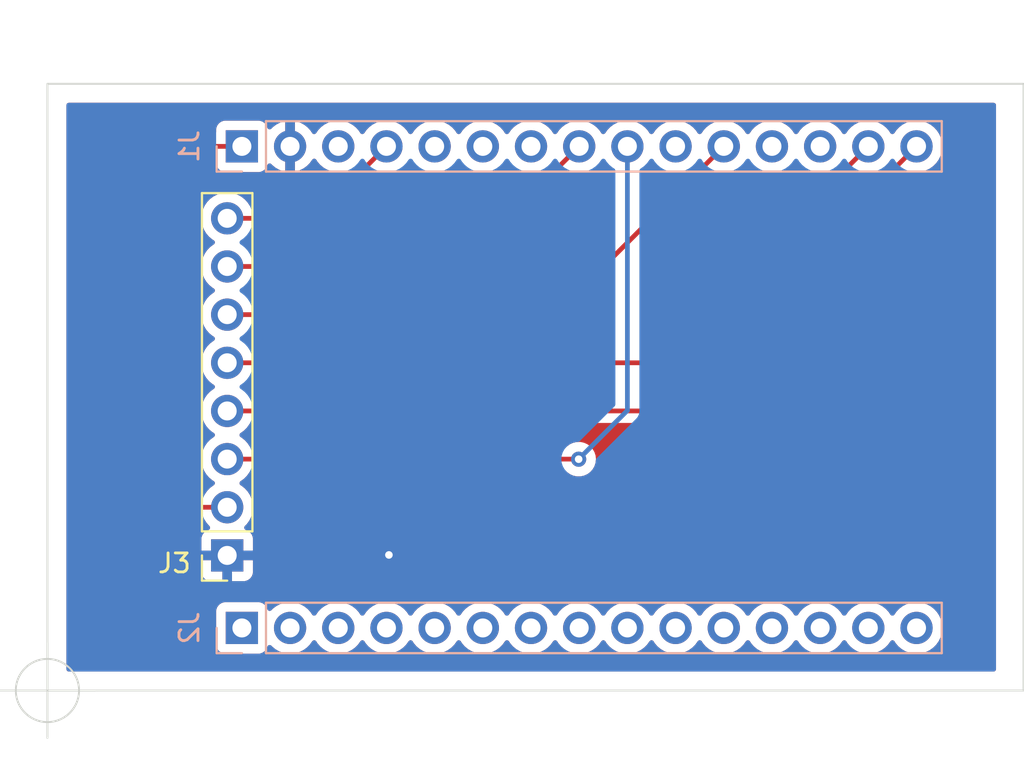
<source format=kicad_pcb>
(kicad_pcb (version 20211014) (generator pcbnew)
  (layers (0 "F.Cu" signal) (31 "B.Cu" signal) (34 "B.Paste" user) (35 "F.Paste" user) (36 "B.SilkS" user "B.Silkscreen") (37 "F.SilkS" user "F.Silkscreen") (38 "B.Mask" user) (39 "F.Mask" user) (44 "Edge.Cuts" user))
  (net 0 "")
  (net 1 "Net-(J1-Pad1)")
  (net 2 "Net-(J1-Pad2)")
  (net 4 "Net-(J1-Pad4)")
  (net 8 "Net-(J1-Pad8)")
  (net 9 "Net-(J1-Pad9)")
  (net 11 "Net-(J1-Pad11)")
  (net 14 "Net-(J1-Pad14)")
  (net 15 "Net-(J1-Pad15)")
  (footprint "Connector_PinSocket_2.54mm:PinSocket_1x08_P2.54mm_Vertical" (layer "F.Cu") (at 112.965 119.875 180)
    (fp_text reference "J3" (at 2.782689 -0.41314 180) (layer "F.SilkS"))
    (fp_text value "Conn_01x08_Female")
    (fp_line (start -1.33 1.27) (end 1.33 1.27) (layer "F.SilkS") (width 0.12))
    (fp_line (start -1.33 1.27) (end -1.33 19.11) (layer "F.SilkS") (width 0.12))
    (fp_line (start 0 -1.33) (end 1.33 -1.33) (layer "F.SilkS") (width 0.12))
    (fp_line (start 1.33 1.27) (end 1.33 19.11) (layer "F.SilkS") (width 0.12))
    (fp_line (start -1.33 19.11) (end 1.33 19.11) (layer "F.SilkS") (width 0.12))
    (fp_line (start 1.33 -1.33) (end 1.33 0) (layer "F.SilkS") (width 0.12))
    (pad "1" thru_hole rect locked (at 0 0 180) (size 1.7 1.7) (drill 1) (layers *.Cu *.Mask) (net 2 "Net-(J1-Pad2)"))
    (pad "2" thru_hole oval locked (at 0 2.54 180) (size 1.7 1.7) (drill 1) (layers *.Cu *.Mask) (net 1 "Net-(J1-Pad1)"))
    (pad "3" thru_hole oval locked (at 0 5.08 180) (size 1.7 1.7) (drill 1) (layers *.Cu *.Mask) (net 9 "Net-(J1-Pad9)"))
    (pad "4" thru_hole oval locked (at 0 7.62 180) (size 1.7 1.7) (drill 1) (layers *.Cu *.Mask) (net 15 "Net-(J1-Pad15)"))
    (pad "5" thru_hole oval locked (at 0 10.16 180) (size 1.7 1.7) (drill 1) (layers *.Cu *.Mask) (net 14 "Net-(J1-Pad14)"))
    (pad "6" thru_hole oval locked (at 0 12.7 180) (size 1.7 1.7) (drill 1) (layers *.Cu *.Mask) (net 11 "Net-(J1-Pad11)"))
    (pad "7" thru_hole oval locked (at 0 15.24 180) (size 1.7 1.7) (drill 1) (layers *.Cu *.Mask) (net 8 "Net-(J1-Pad8)"))
    (pad "8" thru_hole oval locked (at 0 17.78 180) (size 1.7 1.7) (drill 1) (layers *.Cu *.Mask) (net 4 "Net-(J1-Pad4)"))
  )
  (footprint "Connector_PinSocket_2.54mm:PinSocket_1x15_P2.54mm_Vertical" (layer "B.Cu") (at 113.74 123.7 -90)
    (fp_text reference "J2" (at 0 2.77 90) (layer "B.SilkS") (effects (justify mirror)))
    (fp_text value "Conn_01x15_Female")
    (fp_line (start 1.33 1.33) (end 1.33 0) (layer "B.SilkS") (width 0.12))
    (fp_line (start -1.33 -1.27) (end -1.33 -36.89) (layer "B.SilkS") (width 0.12))
    (fp_line (start 0 1.33) (end 1.33 1.33) (layer "B.SilkS") (width 0.12))
    (fp_line (start -1.33 -36.89) (end 1.33 -36.89) (layer "B.SilkS") (width 0.12))
    (fp_line (start -1.33 -1.27) (end 1.33 -1.27) (layer "B.SilkS") (width 0.12))
    (fp_line (start 1.33 -1.27) (end 1.33 -36.89) (layer "B.SilkS") (width 0.12))
    (pad "1" thru_hole rect locked (at 0 0 270) (size 1.7 1.7) (drill 1) (layers *.Cu *.Mask))
    (pad "2" thru_hole oval locked (at 0 -2.54 270) (size 1.7 1.7) (drill 1) (layers *.Cu *.Mask))
    (pad "3" thru_hole oval locked (at 0 -5.08 270) (size 1.7 1.7) (drill 1) (layers *.Cu *.Mask))
    (pad "4" thru_hole oval locked (at 0 -7.62 270) (size 1.7 1.7) (drill 1) (layers *.Cu *.Mask))
    (pad "5" thru_hole oval locked (at 0 -10.16 270) (size 1.7 1.7) (drill 1) (layers *.Cu *.Mask))
    (pad "6" thru_hole oval locked (at 0 -12.7 270) (size 1.7 1.7) (drill 1) (layers *.Cu *.Mask))
    (pad "7" thru_hole oval locked (at 0 -15.24 270) (size 1.7 1.7) (drill 1) (layers *.Cu *.Mask))
    (pad "8" thru_hole oval locked (at 0 -17.78 270) (size 1.7 1.7) (drill 1) (layers *.Cu *.Mask))
    (pad "9" thru_hole oval locked (at 0 -20.32 270) (size 1.7 1.7) (drill 1) (layers *.Cu *.Mask))
    (pad "10" thru_hole oval locked (at 0 -22.86 270) (size 1.7 1.7) (drill 1) (layers *.Cu *.Mask))
    (pad "11" thru_hole oval locked (at 0 -25.4 270) (size 1.7 1.7) (drill 1) (layers *.Cu *.Mask))
    (pad "12" thru_hole oval locked (at 0 -27.94 270) (size 1.7 1.7) (drill 1) (layers *.Cu *.Mask))
    (pad "13" thru_hole oval locked (at 0 -30.48 270) (size 1.7 1.7) (drill 1) (layers *.Cu *.Mask))
    (pad "14" thru_hole oval locked (at 0 -33.02 270) (size 1.7 1.7) (drill 1) (layers *.Cu *.Mask))
    (pad "15" thru_hole oval locked (at 0 -35.56 270) (size 1.7 1.7) (drill 1) (layers *.Cu *.Mask))
  )
  (footprint "Connector_PinSocket_2.54mm:PinSocket_1x15_P2.54mm_Vertical" (layer "B.Cu") (at 113.74 98.3 -90)
    (fp_text reference "J1" (at 0 2.77 90) (layer "B.SilkS") (effects (justify mirror)))
    (fp_text value "Conn_01x15_Female")
    (fp_line (start -1.33 -36.89) (end 1.33 -36.89) (layer "B.SilkS") (width 0.12))
    (fp_line (start 1.33 1.33) (end 1.33 0) (layer "B.SilkS") (width 0.12))
    (fp_line (start -1.33 -1.27) (end -1.33 -36.89) (layer "B.SilkS") (width 0.12))
    (fp_line (start 0 1.33) (end 1.33 1.33) (layer "B.SilkS") (width 0.12))
    (fp_line (start -1.33 -1.27) (end 1.33 -1.27) (layer "B.SilkS") (width 0.12))
    (fp_line (start 1.33 -1.27) (end 1.33 -36.89) (layer "B.SilkS") (width 0.12))
    (pad "1" thru_hole rect locked (at 0 0 270) (size 1.7 1.7) (drill 1) (layers *.Cu *.Mask) (net 1 "Net-(J1-Pad1)"))
    (pad "2" thru_hole oval locked (at 0 -2.54 270) (size 1.7 1.7) (drill 1) (layers *.Cu *.Mask) (net 2 "Net-(J1-Pad2)"))
    (pad "3" thru_hole oval locked (at 0 -5.08 270) (size 1.7 1.7) (drill 1) (layers *.Cu *.Mask))
    (pad "4" thru_hole oval locked (at 0 -7.62 270) (size 1.7 1.7) (drill 1) (layers *.Cu *.Mask) (net 4 "Net-(J1-Pad4)"))
    (pad "5" thru_hole oval locked (at 0 -10.16 270) (size 1.7 1.7) (drill 1) (layers *.Cu *.Mask))
    (pad "6" thru_hole oval locked (at 0 -12.7 270) (size 1.7 1.7) (drill 1) (layers *.Cu *.Mask))
    (pad "7" thru_hole oval locked (at 0 -15.24 270) (size 1.7 1.7) (drill 1) (layers *.Cu *.Mask))
    (pad "8" thru_hole oval locked (at 0 -17.78 270) (size 1.7 1.7) (drill 1) (layers *.Cu *.Mask) (net 8 "Net-(J1-Pad8)"))
    (pad "9" thru_hole oval locked (at 0 -20.32 270) (size 1.7 1.7) (drill 1) (layers *.Cu *.Mask) (net 9 "Net-(J1-Pad9)"))
    (pad "10" thru_hole oval locked (at 0 -22.86 270) (size 1.7 1.7) (drill 1) (layers *.Cu *.Mask))
    (pad "11" thru_hole oval locked (at 0 -25.4 270) (size 1.7 1.7) (drill 1) (layers *.Cu *.Mask) (net 11 "Net-(J1-Pad11)"))
    (pad "12" thru_hole oval locked (at 0 -27.94 270) (size 1.7 1.7) (drill 1) (layers *.Cu *.Mask))
    (pad "13" thru_hole oval locked (at 0 -30.48 270) (size 1.7 1.7) (drill 1) (layers *.Cu *.Mask))
    (pad "14" thru_hole oval locked (at 0 -33.02 270) (size 1.7 1.7) (drill 1) (layers *.Cu *.Mask) (net 14 "Net-(J1-Pad14)"))
    (pad "15" thru_hole oval locked (at 0 -35.56 270) (size 1.7 1.7) (drill 1) (layers *.Cu *.Mask) (net 15 "Net-(J1-Pad15)"))
  )
  (gr_rect (start 103.49 95) (end 154.94 127) (layer "Edge.Cuts") (width 0.1) (fill none))
  (target plus (at 103.49 127) (size 5) (width 0.1) (layer "Edge.Cuts"))
  (segment (start 113.74 98.3) (end 111.19 98.3) (width 0.25) (layer "F.Cu") (net 1))
  (segment (start 111.19 98.3) (end 109.49 100) (width 0.25) (layer "F.Cu") (net 1))
  (segment (start 109.49 100) (end 109.49 116) (width 0.25) (layer "F.Cu") (net 1))
  (segment (start 110.825 117.335) (end 112.965 117.335) (width 0.25) (layer "F.Cu") (net 1))
  (segment (start 109.49 116) (end 110.825 117.335) (width 0.25) (layer "F.Cu") (net 1))
  (segment (start 112.965 119.875) (end 121.465 119.875) (width 0.25) (layer "F.Cu") (net 2))
  (segment (start 121.465 119.875) (end 121.49 119.85) (width 0.25) (layer "F.Cu") (net 2))
  (via (at 121.49 119.85) (size 0.8) (drill 0.4) (layers "F.Cu" "B.Cu") (net 2))
  (segment (start 121.49 119.85) (end 121.49 114) (width 0.25) (layer "B.Cu") (net 2))
  (segment (start 121.49 114) (end 116.28 108.79) (width 0.25) (layer "B.Cu") (net 2))
  (segment (start 116.28 108.79) (end 116.28 98.3) (width 0.25) (layer "B.Cu") (net 2))
  (segment (start 117.565 102.095) (end 121.36 98.3) (width 0.25) (layer "F.Cu") (net 4))
  (segment (start 112.965 102.095) (end 117.565 102.095) (width 0.25) (layer "F.Cu") (net 4))
  (segment (start 112.965 104.635) (end 125.185 104.635) (width 0.25) (layer "F.Cu") (net 8))
  (segment (start 125.185 104.635) (end 131.52 98.3) (width 0.25) (layer "F.Cu") (net 8))
  (segment (start 112.965 114.795) (end 131.485 114.795) (width 0.25) (layer "F.Cu") (net 9))
  (segment (start 131.485 114.795) (end 131.49 114.8) (width 0.25) (layer "F.Cu") (net 9))
  (via (at 131.49 114.8) (size 0.8) (drill 0.4) (layers "F.Cu" "B.Cu") (net 9))
  (segment (start 131.49 114.8) (end 134.06 112.23) (width 0.25) (layer "B.Cu") (net 9))
  (segment (start 134.06 112.23) (end 134.06 98.3) (width 0.25) (layer "B.Cu") (net 9))
  (segment (start 112.965 107.175) (end 130.265 107.175) (width 0.25) (layer "F.Cu") (net 11))
  (segment (start 130.265 107.175) (end 139.14 98.3) (width 0.25) (layer "F.Cu") (net 11))
  (segment (start 135.345 109.715) (end 146.76 98.3) (width 0.25) (layer "F.Cu") (net 14))
  (segment (start 112.965 109.715) (end 135.345 109.715) (width 0.25) (layer "F.Cu") (net 14))
  (segment (start 112.965 112.255) (end 135.345 112.255) (width 0.25) (layer "F.Cu") (net 15))
  (segment (start 135.345 112.255) (end 149.3 98.3) (width 0.25) (layer "F.Cu") (net 15))
  (zone (net 2) (net_name "Net-(J1-Pad2)") (layer "F.Cu") (name "F-Cu-GND") (connect_pads (clearance 0.508)) (min_thickness 0.254) (fill yes (thermal_gap 0.508) (thermal_bridge_width 0.508))
    (polygon (pts (xy 153.49 126) (xy 104.49 126) (xy 104.49 96) (xy 153.49 96)))
  )
  (zone (net 2) (net_name "Net-(J1-Pad2)") (layer "B.Cu") (name "B-Cu-GND") (connect_pads (clearance 0.508)) (min_thickness 0.254) (fill yes (thermal_gap 0.508) (thermal_bridge_width 0.508))
    (polygon (pts (xy 153.49 126) (xy 104.49 126) (xy 104.49 96) (xy 153.49 96)))
  )
)
</source>
